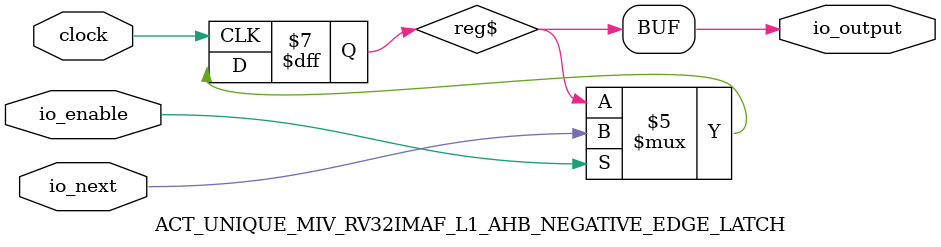
<source format=v>
`define RANDOMIZE
`timescale 1ns/10ps
module ACT_UNIQUE_MIV_RV32IMAF_L1_AHB_NEGATIVE_EDGE_LATCH(
  input   clock,
  input   io_next,
  input   io_enable,
  output  io_output
);
  reg  reg$;
  reg [31:0] _RAND_0;
  wire  _GEN_0;
  assign io_output = reg$;
  assign _GEN_0 = io_enable ? io_next : reg$;
`ifdef RANDOMIZE
  integer initvar;
  initial begin
    `ifndef verilator
      #0.002 begin end
    `endif
  `ifdef RANDOMIZE_REG_INIT
  _RAND_0 = {1{$random}};
  reg$ = _RAND_0[0:0];
  `endif // RANDOMIZE_REG_INIT
  end
`endif // RANDOMIZE
  always @(posedge clock) begin
    if (io_enable) begin
      reg$ <= io_next;
    end
  end
endmodule

</source>
